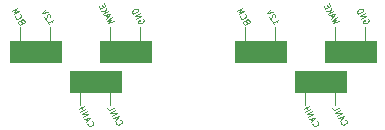
<source format=gbr>
G04 #@! TF.GenerationSoftware,KiCad,Pcbnew,5.1.4-e60b266~84~ubuntu19.04.1*
G04 #@! TF.CreationDate,2020-01-26T15:48:04+11:00*
G04 #@! TF.ProjectId,sid-board_ldo_supplies,7369642d-626f-4617-9264-5f6c646f5f73,rev?*
G04 #@! TF.SameCoordinates,Original*
G04 #@! TF.FileFunction,Legend,Bot*
G04 #@! TF.FilePolarity,Positive*
%FSLAX46Y46*%
G04 Gerber Fmt 4.6, Leading zero omitted, Abs format (unit mm)*
G04 Created by KiCad (PCBNEW 5.1.4-e60b266~84~ubuntu19.04.1) date 2020-01-26 15:48:04*
%MOMM*%
%LPD*%
G04 APERTURE LIST*
%ADD10C,0.100000*%
%ADD11C,0.120000*%
%ADD12C,0.125000*%
G04 APERTURE END LIST*
D10*
G36*
X96139000Y-67691000D02*
G01*
X91821000Y-67691000D01*
X91821000Y-65913000D01*
X96139000Y-65913000D01*
X96139000Y-67691000D01*
G37*
X96139000Y-67691000D02*
X91821000Y-67691000D01*
X91821000Y-65913000D01*
X96139000Y-65913000D01*
X96139000Y-67691000D01*
G36*
X98679000Y-65151000D02*
G01*
X94361000Y-65151000D01*
X94361000Y-63373000D01*
X98679000Y-63373000D01*
X98679000Y-65151000D01*
G37*
X98679000Y-65151000D02*
X94361000Y-65151000D01*
X94361000Y-63373000D01*
X98679000Y-63373000D01*
X98679000Y-65151000D01*
G36*
X91059000Y-65151000D02*
G01*
X86741000Y-65151000D01*
X86741000Y-63373000D01*
X91059000Y-63373000D01*
X91059000Y-65151000D01*
G37*
X91059000Y-65151000D02*
X86741000Y-65151000D01*
X86741000Y-63373000D01*
X91059000Y-63373000D01*
X91059000Y-65151000D01*
D11*
X92710000Y-67818000D02*
X92710000Y-68834000D01*
X95250000Y-67818000D02*
X95250000Y-68834000D01*
X87630000Y-63373000D02*
X87630000Y-62230000D01*
X90170000Y-63373000D02*
X90170000Y-62230000D01*
X95250000Y-63373000D02*
X95250000Y-62230000D01*
X97790000Y-63373000D02*
X97790000Y-62230000D01*
D10*
G36*
X77089000Y-67691000D02*
G01*
X72771000Y-67691000D01*
X72771000Y-65913000D01*
X77089000Y-65913000D01*
X77089000Y-67691000D01*
G37*
X77089000Y-67691000D02*
X72771000Y-67691000D01*
X72771000Y-65913000D01*
X77089000Y-65913000D01*
X77089000Y-67691000D01*
G36*
X79629000Y-65151000D02*
G01*
X75311000Y-65151000D01*
X75311000Y-63373000D01*
X79629000Y-63373000D01*
X79629000Y-65151000D01*
G37*
X79629000Y-65151000D02*
X75311000Y-65151000D01*
X75311000Y-63373000D01*
X79629000Y-63373000D01*
X79629000Y-65151000D01*
G36*
X72009000Y-65151000D02*
G01*
X67691000Y-65151000D01*
X67691000Y-63373000D01*
X72009000Y-63373000D01*
X72009000Y-65151000D01*
G37*
X72009000Y-65151000D02*
X67691000Y-65151000D01*
X67691000Y-63373000D01*
X72009000Y-63373000D01*
X72009000Y-65151000D01*
D11*
X73660000Y-67818000D02*
X73660000Y-68834000D01*
X76200000Y-67818000D02*
X76200000Y-68834000D01*
X68580000Y-63373000D02*
X68580000Y-62230000D01*
X71120000Y-63373000D02*
X71120000Y-62230000D01*
X76200000Y-63373000D02*
X76200000Y-62230000D01*
X78740000Y-63373000D02*
X78740000Y-62230000D01*
D12*
X93328346Y-70407387D02*
X93319631Y-70439911D01*
X93334726Y-70513675D01*
X93358535Y-70554914D01*
X93414869Y-70604868D01*
X93479918Y-70622298D01*
X93533062Y-70619108D01*
X93627446Y-70592109D01*
X93689305Y-70556394D01*
X93759878Y-70488156D01*
X93789213Y-70443727D01*
X93806643Y-70378678D01*
X93791548Y-70304914D01*
X93767739Y-70263675D01*
X93711405Y-70213720D01*
X93678880Y-70205006D01*
X93315587Y-70194810D02*
X93196539Y-69988614D01*
X93215678Y-70307478D02*
X93565358Y-69913141D01*
X93049012Y-70018803D01*
X92965678Y-69874465D02*
X93398691Y-69624465D01*
X92822821Y-69627030D01*
X93255834Y-69377030D01*
X92703774Y-69420833D02*
X93136786Y-69170833D01*
X92930590Y-69289881D02*
X92787733Y-69042445D01*
X92560916Y-69173397D02*
X92993929Y-68923397D01*
X95741346Y-70280387D02*
X95732631Y-70312911D01*
X95747726Y-70386675D01*
X95771535Y-70427914D01*
X95827869Y-70477868D01*
X95892918Y-70495298D01*
X95946062Y-70492108D01*
X96040446Y-70465109D01*
X96102305Y-70429394D01*
X96172878Y-70361156D01*
X96202213Y-70316727D01*
X96219643Y-70251678D01*
X96204548Y-70177914D01*
X96180739Y-70136675D01*
X96124405Y-70086720D01*
X96091880Y-70078006D01*
X95728587Y-70067810D02*
X95609539Y-69861614D01*
X95628678Y-70180478D02*
X95978358Y-69786141D01*
X95462012Y-69891803D01*
X95378678Y-69747465D02*
X95811691Y-69497465D01*
X95235821Y-69500030D01*
X95668834Y-69250030D01*
X94997726Y-69087637D02*
X95116774Y-69293833D01*
X95549786Y-69043833D01*
X87709411Y-61744968D02*
X87653077Y-61695014D01*
X87620553Y-61686299D01*
X87567409Y-61689489D01*
X87505550Y-61725203D01*
X87476215Y-61769632D01*
X87467500Y-61802157D01*
X87470690Y-61855301D01*
X87565928Y-62020258D01*
X87998941Y-61770258D01*
X87915608Y-61625921D01*
X87871178Y-61596586D01*
X87838654Y-61587871D01*
X87785510Y-61591061D01*
X87744271Y-61614870D01*
X87714936Y-61659300D01*
X87706221Y-61691824D01*
X87709411Y-61744968D01*
X87792744Y-61889306D01*
X87214310Y-61316000D02*
X87205596Y-61348524D01*
X87220690Y-61422288D01*
X87244500Y-61463527D01*
X87300834Y-61513482D01*
X87365882Y-61530911D01*
X87419027Y-61527722D01*
X87513410Y-61500722D01*
X87575269Y-61465008D01*
X87645843Y-61396769D01*
X87675177Y-61352340D01*
X87692607Y-61287291D01*
X87677512Y-61213527D01*
X87653703Y-61172288D01*
X87597369Y-61122334D01*
X87564845Y-61113619D01*
X87065928Y-61154233D02*
X87498941Y-60904233D01*
X87106313Y-60938467D01*
X87332274Y-60615558D01*
X86899262Y-60865558D01*
X89879738Y-61755485D02*
X90022595Y-62002921D01*
X89951166Y-61879203D02*
X90384179Y-61629203D01*
X90346130Y-61706156D01*
X90328700Y-61771205D01*
X90331890Y-61824349D01*
X90176273Y-61364337D02*
X90184988Y-61331813D01*
X90181798Y-61278669D01*
X90122274Y-61175570D01*
X90077845Y-61146236D01*
X90045321Y-61137521D01*
X89992177Y-61140711D01*
X89950937Y-61164520D01*
X89900983Y-61220854D01*
X89796404Y-61611147D01*
X89641643Y-61343092D01*
X90003227Y-60969374D02*
X89486881Y-61075036D01*
X89836560Y-60680699D01*
X95579227Y-61760412D02*
X95086690Y-61907314D01*
X95348366Y-61646264D01*
X94991452Y-61742356D01*
X95364941Y-61389258D01*
X94972313Y-61423492D02*
X94853265Y-61217295D01*
X94872404Y-61536160D02*
X95222084Y-61141822D01*
X94705738Y-61247485D01*
X94622404Y-61103147D02*
X95055417Y-60853147D01*
X94479547Y-60855711D02*
X94834126Y-60898431D01*
X94912560Y-60605711D02*
X94807981Y-60996004D01*
X94599221Y-60539182D02*
X94515887Y-60394844D01*
X94253357Y-60463938D02*
X94372404Y-60670134D01*
X94805417Y-60420134D01*
X94686370Y-60213938D01*
X97983559Y-61514107D02*
X98027989Y-61543442D01*
X98063703Y-61605301D01*
X98078798Y-61679065D01*
X98061368Y-61744113D01*
X98032033Y-61788543D01*
X97961459Y-61856781D01*
X97899600Y-61892496D01*
X97805217Y-61919495D01*
X97752073Y-61922685D01*
X97687024Y-61905255D01*
X97630690Y-61855301D01*
X97606881Y-61814062D01*
X97591786Y-61740298D01*
X97600501Y-61707773D01*
X97744838Y-61624440D01*
X97792458Y-61706919D01*
X97452119Y-61546006D02*
X97885131Y-61296006D01*
X97309262Y-61298570D01*
X97742274Y-61048570D01*
X97190214Y-61092374D02*
X97623227Y-60842374D01*
X97563703Y-60739275D01*
X97507369Y-60689321D01*
X97442320Y-60671892D01*
X97389176Y-60675081D01*
X97294793Y-60702081D01*
X97232934Y-60737795D01*
X97162360Y-60806034D01*
X97133025Y-60850463D01*
X97115596Y-60915512D01*
X97130690Y-60989275D01*
X97190214Y-61092374D01*
X74278346Y-70407387D02*
X74269631Y-70439911D01*
X74284726Y-70513675D01*
X74308535Y-70554914D01*
X74364869Y-70604868D01*
X74429918Y-70622298D01*
X74483062Y-70619108D01*
X74577446Y-70592109D01*
X74639305Y-70556394D01*
X74709878Y-70488156D01*
X74739213Y-70443727D01*
X74756643Y-70378678D01*
X74741548Y-70304914D01*
X74717739Y-70263675D01*
X74661405Y-70213720D01*
X74628880Y-70205006D01*
X74265587Y-70194810D02*
X74146539Y-69988614D01*
X74165678Y-70307478D02*
X74515358Y-69913141D01*
X73999012Y-70018803D01*
X73915678Y-69874465D02*
X74348691Y-69624465D01*
X73772821Y-69627030D01*
X74205834Y-69377030D01*
X73653774Y-69420833D02*
X74086786Y-69170833D01*
X73880590Y-69289881D02*
X73737733Y-69042445D01*
X73510916Y-69173397D02*
X73943929Y-68923397D01*
X76691346Y-70280387D02*
X76682631Y-70312911D01*
X76697726Y-70386675D01*
X76721535Y-70427914D01*
X76777869Y-70477868D01*
X76842918Y-70495298D01*
X76896062Y-70492108D01*
X76990446Y-70465109D01*
X77052305Y-70429394D01*
X77122878Y-70361156D01*
X77152213Y-70316727D01*
X77169643Y-70251678D01*
X77154548Y-70177914D01*
X77130739Y-70136675D01*
X77074405Y-70086720D01*
X77041880Y-70078006D01*
X76678587Y-70067810D02*
X76559539Y-69861614D01*
X76578678Y-70180478D02*
X76928358Y-69786141D01*
X76412012Y-69891803D01*
X76328678Y-69747465D02*
X76761691Y-69497465D01*
X76185821Y-69500030D01*
X76618834Y-69250030D01*
X75947726Y-69087637D02*
X76066774Y-69293833D01*
X76499786Y-69043833D01*
X68659411Y-61744968D02*
X68603077Y-61695014D01*
X68570553Y-61686299D01*
X68517409Y-61689489D01*
X68455550Y-61725203D01*
X68426215Y-61769632D01*
X68417500Y-61802157D01*
X68420690Y-61855301D01*
X68515928Y-62020258D01*
X68948941Y-61770258D01*
X68865608Y-61625921D01*
X68821178Y-61596586D01*
X68788654Y-61587871D01*
X68735510Y-61591061D01*
X68694271Y-61614870D01*
X68664936Y-61659300D01*
X68656221Y-61691824D01*
X68659411Y-61744968D01*
X68742744Y-61889306D01*
X68164310Y-61316000D02*
X68155596Y-61348524D01*
X68170690Y-61422288D01*
X68194500Y-61463527D01*
X68250834Y-61513482D01*
X68315882Y-61530911D01*
X68369027Y-61527722D01*
X68463410Y-61500722D01*
X68525269Y-61465008D01*
X68595843Y-61396769D01*
X68625177Y-61352340D01*
X68642607Y-61287291D01*
X68627512Y-61213527D01*
X68603703Y-61172288D01*
X68547369Y-61122334D01*
X68514845Y-61113619D01*
X68015928Y-61154233D02*
X68448941Y-60904233D01*
X68056313Y-60938467D01*
X68282274Y-60615558D01*
X67849262Y-60865558D01*
X70829738Y-61755485D02*
X70972595Y-62002921D01*
X70901166Y-61879203D02*
X71334179Y-61629203D01*
X71296130Y-61706156D01*
X71278700Y-61771205D01*
X71281890Y-61824349D01*
X71126273Y-61364337D02*
X71134988Y-61331813D01*
X71131798Y-61278669D01*
X71072274Y-61175570D01*
X71027845Y-61146236D01*
X70995321Y-61137521D01*
X70942177Y-61140711D01*
X70900937Y-61164520D01*
X70850983Y-61220854D01*
X70746404Y-61611147D01*
X70591643Y-61343092D01*
X70953227Y-60969374D02*
X70436881Y-61075036D01*
X70786560Y-60680699D01*
X76529227Y-61760412D02*
X76036690Y-61907314D01*
X76298366Y-61646264D01*
X75941452Y-61742356D01*
X76314941Y-61389258D01*
X75922313Y-61423492D02*
X75803265Y-61217295D01*
X75822404Y-61536160D02*
X76172084Y-61141822D01*
X75655738Y-61247485D01*
X75572404Y-61103147D02*
X76005417Y-60853147D01*
X75429547Y-60855711D02*
X75784126Y-60898431D01*
X75862560Y-60605711D02*
X75757981Y-60996004D01*
X75549221Y-60539182D02*
X75465887Y-60394844D01*
X75203357Y-60463938D02*
X75322404Y-60670134D01*
X75755417Y-60420134D01*
X75636370Y-60213938D01*
X78933559Y-61514107D02*
X78977989Y-61543442D01*
X79013703Y-61605301D01*
X79028798Y-61679065D01*
X79011368Y-61744113D01*
X78982033Y-61788543D01*
X78911459Y-61856781D01*
X78849600Y-61892496D01*
X78755217Y-61919495D01*
X78702073Y-61922685D01*
X78637024Y-61905255D01*
X78580690Y-61855301D01*
X78556881Y-61814062D01*
X78541786Y-61740298D01*
X78550501Y-61707773D01*
X78694838Y-61624440D01*
X78742458Y-61706919D01*
X78402119Y-61546006D02*
X78835131Y-61296006D01*
X78259262Y-61298570D01*
X78692274Y-61048570D01*
X78140214Y-61092374D02*
X78573227Y-60842374D01*
X78513703Y-60739275D01*
X78457369Y-60689321D01*
X78392320Y-60671892D01*
X78339176Y-60675081D01*
X78244793Y-60702081D01*
X78182934Y-60737795D01*
X78112360Y-60806034D01*
X78083025Y-60850463D01*
X78065596Y-60915512D01*
X78080690Y-60989275D01*
X78140214Y-61092374D01*
M02*

</source>
